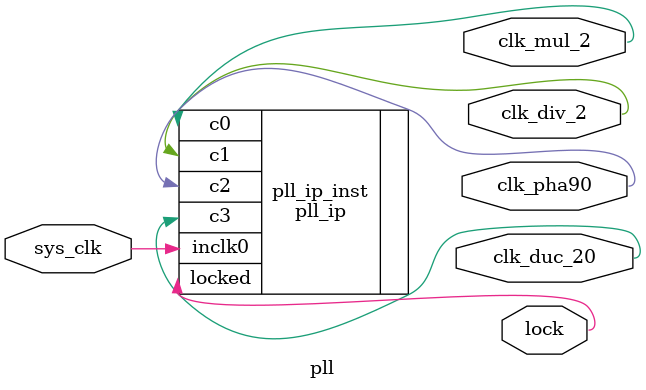
<source format=v>
module pll
(
input  wire sys_clk,
output wire clk_mul_2,
output wire clk_div_2,
output wire clk_pha90,
output wire clk_duc_20,
output wire lock

);
pll_ip	pll_ip_inst 
(
	.inclk0 ( sys_clk ),
	.c0 ( clk_mul_2 ),
	.c1 ( clk_div_2 ),
	.c2 ( clk_pha90 ),
	.c3 ( clk_duc_20 ),
	.locked ( lock )
	);
    
    
endmodule
</source>
